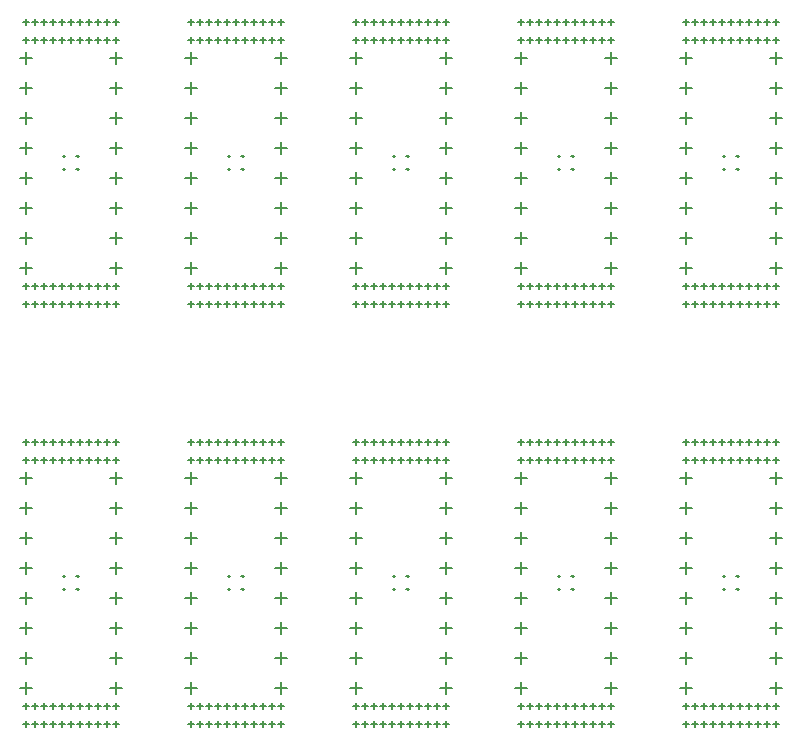
<source format=gbr>
%TF.GenerationSoftware,Altium Limited,Altium Designer,21.6.4 (81)*%
G04 Layer_Color=128*
%FSLAX26Y26*%
%MOIN*%
%TF.SameCoordinates,5FA90F47-3B47-4036-B415-51D33840892C*%
%TF.FilePolarity,Positive*%
%TF.FileFunction,Drillmap*%
%TF.Part,CustomerPanel*%
G01*
G75*
%TA.AperFunction,NonConductor*%
%ADD16C,0.005000*%
D16*
X1190158Y1055000D02*
X1209842D01*
X1220158D02*
X1239842D01*
X1250158D02*
X1269842D01*
X1280158D02*
X1299842D01*
X1290000Y1045158D02*
Y1064842D01*
X1260000D02*
Y1045158D01*
X1230000D02*
Y1064842D01*
X1200000D02*
Y1045158D01*
X1310158Y1055000D02*
X1329842D01*
X1340158D02*
X1359842D01*
X1370158D02*
X1389842D01*
X1380000Y1045158D02*
Y1064842D01*
X1350000D02*
Y1045158D01*
X1320000D02*
Y1064842D01*
X1400158Y1055000D02*
X1419842D01*
X1430158D02*
X1449842D01*
X1460158D02*
X1479842D01*
X1490158D02*
X1509842D01*
X1500000Y1045158D02*
Y1064842D01*
Y1105158D02*
Y1124842D01*
X1509842Y1115000D02*
X1490158D01*
X1479842D02*
X1460158D01*
X1449842D02*
X1430158D01*
X1419842D02*
X1400158D01*
X1410000Y1105158D02*
Y1124842D01*
X1440000D02*
Y1105158D01*
X1470000D02*
Y1124842D01*
X1480000Y1175000D02*
X1520000D01*
X1500000Y1155000D02*
Y1195000D01*
Y1255000D02*
Y1295000D01*
X1520000Y1275000D02*
X1480000D01*
X1500000Y1355000D02*
Y1395000D01*
X1520000Y1375000D02*
X1480000D01*
X1500000Y1455000D02*
Y1495000D01*
X1520000Y1475000D02*
X1480000D01*
X1500000Y1555000D02*
Y1595000D01*
X1520000Y1575000D02*
X1480000D01*
X1500000Y1655000D02*
Y1695000D01*
X1520000Y1675000D02*
X1480000D01*
X1500000Y1755000D02*
Y1795000D01*
X1520000Y1775000D02*
X1480000D01*
X1500000Y1855000D02*
Y1895000D01*
X1520000Y1875000D02*
X1480000D01*
X1500000Y1925158D02*
Y1944842D01*
X1509842Y1935000D02*
X1490158D01*
X1479842D02*
X1460158D01*
X1449842D02*
X1430158D01*
X1419842D02*
X1400158D01*
X1410000Y1925158D02*
Y1944842D01*
X1440000D02*
Y1925158D01*
X1470000D02*
Y1944842D01*
Y1985158D02*
Y2004842D01*
X1440000D02*
Y1985158D01*
X1430158Y1995000D02*
X1449842D01*
X1460158D02*
X1479842D01*
X1490158D02*
X1509842D01*
X1500000Y1985158D02*
Y2004842D01*
X1410000D02*
Y1985158D01*
X1400158Y1995000D02*
X1419842D01*
X1380000Y2004842D02*
Y1985158D01*
X1370158Y1995000D02*
X1389842D01*
X1359842D02*
X1340158D01*
X1329842D02*
X1310158D01*
X1320000Y1985158D02*
Y2004842D01*
X1350000D02*
Y1985158D01*
Y1944842D02*
Y1925158D01*
X1340158Y1935000D02*
X1359842D01*
X1370158D02*
X1389842D01*
X1380000Y1925158D02*
Y1944842D01*
X1329842Y1935000D02*
X1310158D01*
X1320000Y1925158D02*
Y1944842D01*
X1290000Y2004842D02*
Y1985158D01*
X1280158Y1995000D02*
X1299842D01*
X1269842D02*
X1250158D01*
X1239842D02*
X1220158D01*
X1209842D02*
X1190158D01*
Y1935000D02*
X1209842D01*
X1220158D02*
X1239842D01*
X1250158D02*
X1269842D01*
X1280158D02*
X1299842D01*
X1290000Y1925158D02*
Y1944842D01*
X1260000D02*
Y1925158D01*
X1230000D02*
Y1944842D01*
X1200000D02*
Y1925158D01*
Y1985158D02*
Y2004842D01*
X1230000D02*
Y1985158D01*
X1260000D02*
Y2004842D01*
X1180000Y1875000D02*
X1220000D01*
X1200000Y1855000D02*
Y1895000D01*
Y1795000D02*
Y1755000D01*
X1220000Y1775000D02*
X1180000D01*
Y1675000D02*
X1220000D01*
X1200000Y1655000D02*
Y1695000D01*
Y1595000D02*
Y1555000D01*
X1220000Y1575000D02*
X1180000D01*
Y1475000D02*
X1220000D01*
X1200000Y1455000D02*
Y1495000D01*
Y1395000D02*
Y1355000D01*
X1220000Y1375000D02*
X1180000D01*
Y1275000D02*
X1220000D01*
X1200000Y1255000D02*
Y1295000D01*
Y1195000D02*
Y1155000D01*
Y1124842D02*
Y1105158D01*
X1209842Y1115000D02*
X1190158D01*
X1180000Y1175000D02*
X1220000D01*
X1220158Y1115000D02*
X1239842D01*
X1250158D02*
X1269842D01*
X1280158D02*
X1299842D01*
X1290000Y1105158D02*
Y1124842D01*
X1260000D02*
Y1105158D01*
X1230000D02*
Y1124842D01*
X1310158Y1115000D02*
X1329842D01*
X1340158D02*
X1359842D01*
X1370158D02*
X1389842D01*
X1380000Y1105158D02*
Y1124842D01*
X1350000D02*
Y1105158D01*
X1320000D02*
Y1124842D01*
X1410000Y1064842D02*
Y1045158D01*
X1440000D02*
Y1064842D01*
X1470000D02*
Y1045158D01*
X1740158Y1055000D02*
X1759842D01*
X1770158D02*
X1789842D01*
X1780000Y1045158D02*
Y1064842D01*
X1750000D02*
Y1045158D01*
X1800158Y1055000D02*
X1819842D01*
X1830158D02*
X1849842D01*
X1860158D02*
X1879842D01*
X1890158D02*
X1909842D01*
X1920158D02*
X1939842D01*
X1950158D02*
X1969842D01*
X1980158D02*
X1999842D01*
X1990000Y1045158D02*
Y1064842D01*
X1960000D02*
Y1045158D01*
X1930000D02*
Y1064842D01*
X1900000D02*
Y1045158D01*
X2010158Y1055000D02*
X2029842D01*
X2040158D02*
X2059843D01*
X2050000Y1045158D02*
Y1064842D01*
X2020000D02*
Y1045158D01*
Y1105158D02*
Y1124842D01*
X2010158Y1115000D02*
X2029842D01*
X2040158D02*
X2059843D01*
X2050000Y1105158D02*
Y1124842D01*
Y1155000D02*
Y1195000D01*
X2030000Y1175000D02*
X2070000D01*
X2050000Y1255000D02*
Y1295000D01*
X2030000Y1275000D02*
X2070000D01*
X2050000Y1355000D02*
Y1395000D01*
X2030000Y1375000D02*
X2070000D01*
X2050000Y1455000D02*
Y1495000D01*
X2030000Y1475000D02*
X2070000D01*
X2050000Y1555000D02*
Y1595000D01*
X2030000Y1575000D02*
X2070000D01*
X2050000Y1655000D02*
Y1695000D01*
X2030000Y1675000D02*
X2070000D01*
X2050000Y1755000D02*
Y1795000D01*
X2030000Y1775000D02*
X2070000D01*
X2050000Y1855000D02*
Y1895000D01*
X2030000Y1875000D02*
X2070000D01*
X2050000Y1925158D02*
Y1944842D01*
X2040158Y1935000D02*
X2059843D01*
X2029842D02*
X2010158D01*
X2020000Y1925158D02*
Y1944842D01*
Y1985158D02*
Y2004842D01*
X2050000D02*
Y1985158D01*
X2040158Y1995000D02*
X2059843D01*
X2029842D02*
X2010158D01*
X1990000Y2004842D02*
Y1985158D01*
X1980158Y1995000D02*
X1999842D01*
X1969842D02*
X1950158D01*
X1939842D02*
X1920158D01*
X1909842D02*
X1890158D01*
X1879842D02*
X1860158D01*
X1849842D02*
X1830158D01*
X1819842D02*
X1800158D01*
X1810000Y1985158D02*
Y2004842D01*
X1840000D02*
Y1985158D01*
X1870000D02*
Y2004842D01*
Y1944842D02*
Y1925158D01*
X1860158Y1935000D02*
X1879842D01*
X1890158D02*
X1909842D01*
X1920158D02*
X1939842D01*
X1950158D02*
X1969842D01*
X1980158D02*
X1999842D01*
X1990000Y1925158D02*
Y1944842D01*
X1960000D02*
Y1925158D01*
X1930000D02*
Y1944842D01*
X1900000D02*
Y1925158D01*
Y1985158D02*
Y2004842D01*
X1930000D02*
Y1985158D01*
X1960000D02*
Y2004842D01*
X1849842Y1935000D02*
X1830158D01*
X1819842D02*
X1800158D01*
X1810000Y1925158D02*
Y1944842D01*
X1840000D02*
Y1925158D01*
X1780000Y2004842D02*
Y1985158D01*
X1770158Y1995000D02*
X1789842D01*
X1759842D02*
X1740158D01*
X1750000Y1985158D02*
Y2004842D01*
Y1944842D02*
Y1925158D01*
X1740158Y1935000D02*
X1759842D01*
X1770158D02*
X1789842D01*
X1780000Y1925158D02*
Y1944842D01*
X1770000Y1875000D02*
X1730000D01*
X1750000Y1855000D02*
Y1895000D01*
Y1795000D02*
Y1755000D01*
X1730000Y1775000D02*
X1770000D01*
Y1675000D02*
X1730000D01*
X1750000Y1655000D02*
Y1695000D01*
Y1595000D02*
Y1555000D01*
X1730000Y1575000D02*
X1770000D01*
Y1475000D02*
X1730000D01*
X1750000Y1455000D02*
Y1495000D01*
Y1395000D02*
Y1355000D01*
X1730000Y1375000D02*
X1770000D01*
Y1275000D02*
X1730000D01*
X1750000Y1255000D02*
Y1295000D01*
Y1195000D02*
Y1155000D01*
Y1124842D02*
Y1105158D01*
X1740158Y1115000D02*
X1759842D01*
X1770158D02*
X1789842D01*
X1780000Y1105158D02*
Y1124842D01*
X1770000Y1175000D02*
X1730000D01*
X1810000Y1064842D02*
Y1045158D01*
X1840000D02*
Y1064842D01*
X1870000D02*
Y1045158D01*
X1900000Y1105158D02*
Y1124842D01*
X1909842Y1115000D02*
X1890158D01*
X1879842D02*
X1860158D01*
X1849842D02*
X1830158D01*
X1819842D02*
X1800158D01*
X1810000Y1105158D02*
Y1124842D01*
X1840000D02*
Y1105158D01*
X1870000D02*
Y1124842D01*
X1920158Y1115000D02*
X1939842D01*
X1950158D02*
X1969842D01*
X1980158D02*
X1999842D01*
X1990000Y1105158D02*
Y1124842D01*
X1960000D02*
Y1105158D01*
X1930000D02*
Y1124842D01*
X2290157Y1055000D02*
X2309843D01*
X2320157D02*
X2339843D01*
X2350157D02*
X2369843D01*
X2380157D02*
X2399843D01*
X2390000Y1045158D02*
Y1064842D01*
X2360000D02*
Y1045158D01*
X2330000D02*
Y1064842D01*
X2300000D02*
Y1045158D01*
X2410157Y1055000D02*
X2429843D01*
X2440157D02*
X2459843D01*
X2470157D02*
X2489843D01*
X2480000Y1045158D02*
Y1064842D01*
X2450000D02*
Y1045158D01*
X2420000D02*
Y1064842D01*
X2500157Y1055000D02*
X2519843D01*
X2530157D02*
X2549843D01*
X2560157D02*
X2579843D01*
X2590157D02*
X2609843D01*
X2600000Y1045158D02*
Y1064842D01*
Y1105158D02*
Y1124842D01*
X2609843Y1115000D02*
X2590157D01*
X2579843D02*
X2560157D01*
X2549843D02*
X2530157D01*
X2519843D02*
X2500157D01*
X2510000Y1105158D02*
Y1124842D01*
X2540000D02*
Y1105158D01*
X2570000D02*
Y1124842D01*
X2580000Y1175000D02*
X2620000D01*
X2600000Y1155000D02*
Y1195000D01*
Y1255000D02*
Y1295000D01*
X2620000Y1275000D02*
X2580000D01*
X2600000Y1355000D02*
Y1395000D01*
X2620000Y1375000D02*
X2580000D01*
X2600000Y1455000D02*
Y1495000D01*
X2620000Y1475000D02*
X2580000D01*
X2600000Y1555000D02*
Y1595000D01*
X2620000Y1575000D02*
X2580000D01*
X2600000Y1655000D02*
Y1695000D01*
X2620000Y1675000D02*
X2580000D01*
X2600000Y1755000D02*
Y1795000D01*
X2620000Y1775000D02*
X2580000D01*
X2600000Y1855000D02*
Y1895000D01*
X2620000Y1875000D02*
X2580000D01*
X2600000Y1925158D02*
Y1944842D01*
X2609843Y1935000D02*
X2590157D01*
X2579843D02*
X2560157D01*
X2549843D02*
X2530157D01*
X2519843D02*
X2500157D01*
X2510000Y1925158D02*
Y1944842D01*
X2540000D02*
Y1925158D01*
X2570000D02*
Y1944842D01*
Y1985158D02*
Y2004842D01*
X2540000D02*
Y1985158D01*
X2530157Y1995000D02*
X2549843D01*
X2560157D02*
X2579843D01*
X2590157D02*
X2609843D01*
X2600000Y1985158D02*
Y2004842D01*
X2510000D02*
Y1985158D01*
X2500157Y1995000D02*
X2519843D01*
X2480000Y2004842D02*
Y1985158D01*
X2470157Y1995000D02*
X2489843D01*
X2459843D02*
X2440157D01*
X2429843D02*
X2410157D01*
X2420000Y1985158D02*
Y2004842D01*
X2450000D02*
Y1985158D01*
Y1944842D02*
Y1925158D01*
X2440157Y1935000D02*
X2459843D01*
X2470157D02*
X2489843D01*
X2480000Y1925158D02*
Y1944842D01*
X2429843Y1935000D02*
X2410157D01*
X2420000Y1925158D02*
Y1944842D01*
X2390000Y2004842D02*
Y1985158D01*
X2380157Y1995000D02*
X2399843D01*
X2369843D02*
X2350157D01*
X2339843D02*
X2320157D01*
X2309843D02*
X2290157D01*
Y1935000D02*
X2309843D01*
X2320157D02*
X2339843D01*
X2350157D02*
X2369843D01*
X2380157D02*
X2399843D01*
X2390000Y1925158D02*
Y1944842D01*
X2360000D02*
Y1925158D01*
X2330000D02*
Y1944842D01*
X2300000D02*
Y1925158D01*
Y1985158D02*
Y2004842D01*
X2330000D02*
Y1985158D01*
X2360000D02*
Y2004842D01*
X2280000Y1875000D02*
X2320000D01*
X2300000Y1855000D02*
Y1895000D01*
Y1795000D02*
Y1755000D01*
X2320000Y1775000D02*
X2280000D01*
Y1675000D02*
X2320000D01*
X2300000Y1655000D02*
Y1695000D01*
Y1595000D02*
Y1555000D01*
X2320000Y1575000D02*
X2280000D01*
Y1475000D02*
X2320000D01*
X2300000Y1455000D02*
Y1495000D01*
Y1395000D02*
Y1355000D01*
X2320000Y1375000D02*
X2280000D01*
Y1275000D02*
X2320000D01*
X2300000Y1255000D02*
Y1295000D01*
Y1195000D02*
Y1155000D01*
Y1124842D02*
Y1105158D01*
X2309843Y1115000D02*
X2290157D01*
X2280000Y1175000D02*
X2320000D01*
X2320157Y1115000D02*
X2339843D01*
X2350157D02*
X2369843D01*
X2380157D02*
X2399843D01*
X2390000Y1105158D02*
Y1124842D01*
X2360000D02*
Y1105158D01*
X2330000D02*
Y1124842D01*
X2410157Y1115000D02*
X2429843D01*
X2440157D02*
X2459843D01*
X2470157D02*
X2489843D01*
X2480000Y1105158D02*
Y1124842D01*
X2450000D02*
Y1105158D01*
X2420000D02*
Y1124842D01*
X2510000Y1064842D02*
Y1045158D01*
X2540000D02*
Y1064842D01*
X2570000D02*
Y1045158D01*
X2840157Y1055000D02*
X2859843D01*
X2870157D02*
X2889843D01*
X2880000Y1045158D02*
Y1064842D01*
X2850000D02*
Y1045158D01*
X2900157Y1055000D02*
X2919843D01*
X2930157D02*
X2949843D01*
X2960157D02*
X2979843D01*
X2990157D02*
X3009843D01*
X3020157D02*
X3039843D01*
X3050157D02*
X3069843D01*
X3080157D02*
X3099843D01*
X3090000Y1045158D02*
Y1064842D01*
X3060000D02*
Y1045158D01*
X3030000D02*
Y1064842D01*
X3000000D02*
Y1045158D01*
X3110157Y1055000D02*
X3129843D01*
X3140157D02*
X3159843D01*
X3150000Y1045158D02*
Y1064842D01*
X3120000D02*
Y1045158D01*
Y1105158D02*
Y1124842D01*
X3110157Y1115000D02*
X3129843D01*
X3140157D02*
X3159843D01*
X3150000Y1105158D02*
Y1124842D01*
Y1155000D02*
Y1195000D01*
X3130000Y1175000D02*
X3170000D01*
X3150000Y1255000D02*
Y1295000D01*
X3130000Y1275000D02*
X3170000D01*
X3150000Y1355000D02*
Y1395000D01*
X3130000Y1375000D02*
X3170000D01*
X3150000Y1455000D02*
Y1495000D01*
X3130000Y1475000D02*
X3170000D01*
X3150000Y1555000D02*
Y1595000D01*
X3130000Y1575000D02*
X3170000D01*
X3150000Y1655000D02*
Y1695000D01*
X3130000Y1675000D02*
X3170000D01*
X3150000Y1755000D02*
Y1795000D01*
X3130000Y1775000D02*
X3170000D01*
X3150000Y1855000D02*
Y1895000D01*
X3130000Y1875000D02*
X3170000D01*
X3150000Y1925158D02*
Y1944842D01*
X3140157Y1935000D02*
X3159843D01*
X3129843D02*
X3110157D01*
X3120000Y1925158D02*
Y1944842D01*
Y1985158D02*
Y2004842D01*
X3150000D02*
Y1985158D01*
X3140157Y1995000D02*
X3159843D01*
X3129843D02*
X3110157D01*
X3090000Y2004842D02*
Y1985158D01*
X3080157Y1995000D02*
X3099843D01*
X3069843D02*
X3050157D01*
X3039843D02*
X3020157D01*
X3009843D02*
X2990157D01*
X2979843D02*
X2960157D01*
X2949843D02*
X2930157D01*
X2919843D02*
X2900157D01*
X2910000Y1985158D02*
Y2004842D01*
X2940000D02*
Y1985158D01*
X2970000D02*
Y2004842D01*
Y1944842D02*
Y1925158D01*
X2960157Y1935000D02*
X2979843D01*
X2990157D02*
X3009843D01*
X3020157D02*
X3039843D01*
X3050157D02*
X3069843D01*
X3080157D02*
X3099843D01*
X3090000Y1925158D02*
Y1944842D01*
X3060000D02*
Y1925158D01*
X3030000D02*
Y1944842D01*
X3000000D02*
Y1925158D01*
Y1985158D02*
Y2004842D01*
X3030000D02*
Y1985158D01*
X3060000D02*
Y2004842D01*
X2949843Y1935000D02*
X2930157D01*
X2919843D02*
X2900157D01*
X2910000Y1925158D02*
Y1944842D01*
X2940000D02*
Y1925158D01*
X2880000Y2004842D02*
Y1985158D01*
X2870157Y1995000D02*
X2889843D01*
X2859843D02*
X2840157D01*
X2850000Y1985158D02*
Y2004842D01*
Y1944842D02*
Y1925158D01*
X2840157Y1935000D02*
X2859843D01*
X2870157D02*
X2889843D01*
X2880000Y1925158D02*
Y1944842D01*
X2870000Y1875000D02*
X2830000D01*
X2850000Y1855000D02*
Y1895000D01*
Y1795000D02*
Y1755000D01*
X2830000Y1775000D02*
X2870000D01*
Y1675000D02*
X2830000D01*
X2850000Y1655000D02*
Y1695000D01*
Y1595000D02*
Y1555000D01*
X2830000Y1575000D02*
X2870000D01*
Y1475000D02*
X2830000D01*
X2850000Y1455000D02*
Y1495000D01*
Y1395000D02*
Y1355000D01*
X2830000Y1375000D02*
X2870000D01*
Y1275000D02*
X2830000D01*
X2850000Y1255000D02*
Y1295000D01*
Y1195000D02*
Y1155000D01*
Y1124842D02*
Y1105158D01*
X2840157Y1115000D02*
X2859843D01*
X2870157D02*
X2889843D01*
X2880000Y1105158D02*
Y1124842D01*
X2870000Y1175000D02*
X2830000D01*
X2910000Y1064842D02*
Y1045158D01*
X2940000D02*
Y1064842D01*
X2970000D02*
Y1045158D01*
X3000000Y1105158D02*
Y1124842D01*
X3009843Y1115000D02*
X2990157D01*
X2979843D02*
X2960157D01*
X2949843D02*
X2930157D01*
X2919843D02*
X2900157D01*
X2910000Y1105158D02*
Y1124842D01*
X2940000D02*
Y1105158D01*
X2970000D02*
Y1124842D01*
X3020157Y1115000D02*
X3039843D01*
X3050157D02*
X3069843D01*
X3080157D02*
X3099843D01*
X3090000Y1105158D02*
Y1124842D01*
X3060000D02*
Y1105158D01*
X3030000D02*
Y1124842D01*
X3390157Y1055000D02*
X3409843D01*
X3420157D02*
X3439843D01*
X3450157D02*
X3469843D01*
X3480157D02*
X3499843D01*
X3490000Y1045158D02*
Y1064842D01*
X3460000D02*
Y1045158D01*
X3430000D02*
Y1064842D01*
X3400000D02*
Y1045158D01*
X3510157Y1055000D02*
X3529843D01*
X3540157D02*
X3559843D01*
X3570157D02*
X3589843D01*
X3580000Y1045158D02*
Y1064842D01*
X3550000D02*
Y1045158D01*
X3520000D02*
Y1064842D01*
X3600157Y1055000D02*
X3619843D01*
X3630157D02*
X3649843D01*
X3660157D02*
X3679843D01*
X3690157D02*
X3709843D01*
X3700000Y1045158D02*
Y1064842D01*
Y1105158D02*
Y1124842D01*
X3709843Y1115000D02*
X3690157D01*
X3679843D02*
X3660157D01*
X3649843D02*
X3630157D01*
X3619843D02*
X3600157D01*
X3610000Y1105158D02*
Y1124842D01*
X3640000D02*
Y1105158D01*
X3670000D02*
Y1124842D01*
X3680000Y1175000D02*
X3720000D01*
X3700000Y1155000D02*
Y1195000D01*
Y1255000D02*
Y1295000D01*
X3720000Y1275000D02*
X3680000D01*
X3700000Y1355000D02*
Y1395000D01*
X3720000Y1375000D02*
X3680000D01*
X3700000Y1455000D02*
Y1495000D01*
X3720000Y1475000D02*
X3680000D01*
X3700000Y1555000D02*
Y1595000D01*
X3720000Y1575000D02*
X3680000D01*
X3700000Y1655000D02*
Y1695000D01*
X3720000Y1675000D02*
X3680000D01*
X3700000Y1755000D02*
Y1795000D01*
X3720000Y1775000D02*
X3680000D01*
X3700000Y1855000D02*
Y1895000D01*
X3720000Y1875000D02*
X3680000D01*
X3700000Y1925158D02*
Y1944842D01*
X3709843Y1935000D02*
X3690157D01*
X3679843D02*
X3660157D01*
X3649843D02*
X3630157D01*
X3619843D02*
X3600157D01*
X3610000Y1925158D02*
Y1944842D01*
X3640000D02*
Y1925158D01*
X3670000D02*
Y1944842D01*
Y1985158D02*
Y2004842D01*
X3640000D02*
Y1985158D01*
X3630157Y1995000D02*
X3649843D01*
X3660157D02*
X3679843D01*
X3690157D02*
X3709843D01*
X3700000Y1985158D02*
Y2004842D01*
X3610000D02*
Y1985158D01*
X3600157Y1995000D02*
X3619843D01*
X3580000Y2004842D02*
Y1985158D01*
X3570157Y1995000D02*
X3589843D01*
X3559843D02*
X3540157D01*
X3529843D02*
X3510157D01*
X3520000Y1985158D02*
Y2004842D01*
X3550000D02*
Y1985158D01*
Y1944842D02*
Y1925158D01*
X3540157Y1935000D02*
X3559843D01*
X3570157D02*
X3589843D01*
X3580000Y1925158D02*
Y1944842D01*
X3529843Y1935000D02*
X3510157D01*
X3520000Y1925158D02*
Y1944842D01*
X3490000Y2004842D02*
Y1985158D01*
X3480157Y1995000D02*
X3499843D01*
X3469843D02*
X3450157D01*
X3439843D02*
X3420157D01*
X3409843D02*
X3390157D01*
Y1935000D02*
X3409843D01*
X3420157D02*
X3439843D01*
X3450157D02*
X3469843D01*
X3480157D02*
X3499843D01*
X3490000Y1925158D02*
Y1944842D01*
X3460000D02*
Y1925158D01*
X3430000D02*
Y1944842D01*
X3400000D02*
Y1925158D01*
Y1985158D02*
Y2004842D01*
X3430000D02*
Y1985158D01*
X3460000D02*
Y2004842D01*
X3380000Y1875000D02*
X3420000D01*
X3400000Y1855000D02*
Y1895000D01*
Y1795000D02*
Y1755000D01*
X3420000Y1775000D02*
X3380000D01*
Y1675000D02*
X3420000D01*
X3400000Y1655000D02*
Y1695000D01*
Y1595000D02*
Y1555000D01*
X3420000Y1575000D02*
X3380000D01*
Y1475000D02*
X3420000D01*
X3400000Y1455000D02*
Y1495000D01*
Y1395000D02*
Y1355000D01*
X3420000Y1375000D02*
X3380000D01*
Y1275000D02*
X3420000D01*
X3400000Y1255000D02*
Y1295000D01*
Y1195000D02*
Y1155000D01*
Y1124842D02*
Y1105158D01*
X3409843Y1115000D02*
X3390157D01*
X3380000Y1175000D02*
X3420000D01*
X3420157Y1115000D02*
X3439843D01*
X3450157D02*
X3469843D01*
X3480157D02*
X3499843D01*
X3490000Y1105158D02*
Y1124842D01*
X3460000D02*
Y1105158D01*
X3430000D02*
Y1124842D01*
X3510157Y1115000D02*
X3529843D01*
X3540157D02*
X3559843D01*
X3570157D02*
X3589843D01*
X3580000Y1105158D02*
Y1124842D01*
X3550000D02*
Y1105158D01*
X3520000D02*
Y1124842D01*
X3610000Y1064842D02*
Y1045158D01*
X3640000D02*
Y1064842D01*
X3670000D02*
Y1045158D01*
X3572272Y1498793D02*
Y1506667D01*
X3568335Y1502730D02*
X3576209D01*
X3572272Y1543335D02*
Y1551209D01*
X3568335Y1547272D02*
X3576209D01*
X3531667D02*
X3523793D01*
X3527730Y1543335D02*
Y1551209D01*
Y1506667D02*
Y1498793D01*
X3523793Y1502730D02*
X3531667D01*
X3026209D02*
X3018335D01*
X3022272Y1506667D02*
Y1498793D01*
Y1543335D02*
Y1551209D01*
X3018335Y1547272D02*
X3026209D01*
X2981667D02*
X2973793D01*
X2977730Y1543335D02*
Y1551209D01*
Y1506667D02*
Y1498793D01*
X2973793Y1502730D02*
X2981667D01*
X2476209D02*
X2468335D01*
X2472272Y1506667D02*
Y1498793D01*
X2427730D02*
Y1506667D01*
X2423793Y1502730D02*
X2431667D01*
X2427730Y1543335D02*
Y1551209D01*
X2423793Y1547272D02*
X2431667D01*
X2468335D02*
X2476209D01*
X2472272Y1543335D02*
Y1551209D01*
X1926209Y1547272D02*
X1918335D01*
X1922272Y1543335D02*
Y1551209D01*
Y1506667D02*
Y1498793D01*
X1918335Y1502730D02*
X1926209D01*
X1881667D02*
X1873793D01*
X1877730Y1506667D02*
Y1498793D01*
Y1543335D02*
Y1551209D01*
X1873793Y1547272D02*
X1881667D01*
X1376209D02*
X1368335D01*
X1372272Y1543335D02*
Y1551209D01*
Y1506667D02*
Y1498793D01*
X1327730D02*
Y1506667D01*
X1323793Y1502730D02*
X1331667D01*
X1368335D02*
X1376209D01*
X1327730Y1543335D02*
Y1551209D01*
X1323793Y1547272D02*
X1331667D01*
X2290157Y2455000D02*
X2309843D01*
X2320157D02*
X2339843D01*
X2350157D02*
X2369843D01*
X2380157D02*
X2399843D01*
X2390000Y2445157D02*
Y2464843D01*
X2360000D02*
Y2445157D01*
X2330000D02*
Y2464843D01*
X2300000D02*
Y2445157D01*
X2410157Y2455000D02*
X2429843D01*
X2440157D02*
X2459843D01*
X2470157D02*
X2489843D01*
X2480000Y2445157D02*
Y2464843D01*
X2450000D02*
Y2445157D01*
X2420000D02*
Y2464843D01*
X2500157Y2455000D02*
X2519843D01*
X2530157D02*
X2549843D01*
X2560157D02*
X2579843D01*
X2590157D02*
X2609843D01*
X2600000Y2445157D02*
Y2464843D01*
Y2505157D02*
Y2524843D01*
X2609843Y2515000D02*
X2590157D01*
X2579843D02*
X2560157D01*
X2549843D02*
X2530157D01*
X2519843D02*
X2500157D01*
X2510000Y2505157D02*
Y2524843D01*
X2540000D02*
Y2505157D01*
X2570000D02*
Y2524843D01*
X2580000Y2575000D02*
X2620000D01*
X2600000Y2555000D02*
Y2595000D01*
Y2655000D02*
Y2695000D01*
X2620000Y2675000D02*
X2580000D01*
X2600000Y2755000D02*
Y2795000D01*
X2620000Y2775000D02*
X2580000D01*
X2600000Y2855000D02*
Y2895000D01*
X2620000Y2875000D02*
X2580000D01*
X2600000Y2955000D02*
Y2995000D01*
X2620000Y2975000D02*
X2580000D01*
X2600000Y3055000D02*
Y3095000D01*
X2620000Y3075000D02*
X2580000D01*
X2600000Y3155000D02*
Y3195000D01*
X2620000Y3175000D02*
X2580000D01*
X2600000Y3255000D02*
Y3295000D01*
X2620000Y3275000D02*
X2580000D01*
X2600000Y3325157D02*
Y3344843D01*
X2609843Y3335000D02*
X2590157D01*
X2579843D02*
X2560157D01*
X2549843D02*
X2530157D01*
X2519843D02*
X2500157D01*
X2510000Y3325157D02*
Y3344843D01*
X2540000D02*
Y3325157D01*
X2570000D02*
Y3344843D01*
Y3385157D02*
Y3404843D01*
X2540000D02*
Y3385157D01*
X2530157Y3395000D02*
X2549843D01*
X2560157D02*
X2579843D01*
X2590157D02*
X2609843D01*
X2600000Y3385157D02*
Y3404843D01*
X2510000D02*
Y3385157D01*
X2500157Y3395000D02*
X2519843D01*
X2480000Y3404843D02*
Y3385157D01*
X2470157Y3395000D02*
X2489843D01*
X2459843D02*
X2440157D01*
X2429843D02*
X2410157D01*
X2420000Y3385157D02*
Y3404843D01*
X2450000D02*
Y3385157D01*
Y3344843D02*
Y3325157D01*
X2440157Y3335000D02*
X2459843D01*
X2470157D02*
X2489843D01*
X2480000Y3325157D02*
Y3344843D01*
X2429843Y3335000D02*
X2410157D01*
X2420000Y3325157D02*
Y3344843D01*
X2390000Y3404843D02*
Y3385157D01*
X2380157Y3395000D02*
X2399843D01*
X2369843D02*
X2350157D01*
X2339843D02*
X2320157D01*
X2309843D02*
X2290157D01*
Y3335000D02*
X2309843D01*
X2320157D02*
X2339843D01*
X2350157D02*
X2369843D01*
X2380157D02*
X2399843D01*
X2390000Y3325157D02*
Y3344843D01*
X2360000D02*
Y3325157D01*
X2330000D02*
Y3344843D01*
X2300000D02*
Y3325157D01*
Y3385157D02*
Y3404843D01*
X2330000D02*
Y3385157D01*
X2360000D02*
Y3404843D01*
X2280000Y3275000D02*
X2320000D01*
X2300000Y3255000D02*
Y3295000D01*
Y3195000D02*
Y3155000D01*
X2320000Y3175000D02*
X2280000D01*
Y3075000D02*
X2320000D01*
X2300000Y3055000D02*
Y3095000D01*
Y2995000D02*
Y2955000D01*
X2320000Y2975000D02*
X2280000D01*
Y2875000D02*
X2320000D01*
X2300000Y2855000D02*
Y2895000D01*
Y2795000D02*
Y2755000D01*
X2320000Y2775000D02*
X2280000D01*
Y2675000D02*
X2320000D01*
X2300000Y2655000D02*
Y2695000D01*
Y2595000D02*
Y2555000D01*
Y2524843D02*
Y2505157D01*
X2309843Y2515000D02*
X2290157D01*
X2280000Y2575000D02*
X2320000D01*
X2320157Y2515000D02*
X2339843D01*
X2350157D02*
X2369843D01*
X2380157D02*
X2399843D01*
X2390000Y2505157D02*
Y2524843D01*
X2360000D02*
Y2505157D01*
X2330000D02*
Y2524843D01*
X2410157Y2515000D02*
X2429843D01*
X2440157D02*
X2459843D01*
X2470157D02*
X2489843D01*
X2480000Y2505157D02*
Y2524843D01*
X2450000D02*
Y2505157D01*
X2420000D02*
Y2524843D01*
X2510000Y2464843D02*
Y2445157D01*
X2540000D02*
Y2464843D01*
X2570000D02*
Y2445157D01*
X2840157Y2455000D02*
X2859843D01*
X2870157D02*
X2889843D01*
X2880000Y2445157D02*
Y2464843D01*
X2850000D02*
Y2445157D01*
X2900157Y2455000D02*
X2919843D01*
X2930157D02*
X2949843D01*
X2960157D02*
X2979843D01*
X2990157D02*
X3009843D01*
X3020157D02*
X3039843D01*
X3050157D02*
X3069843D01*
X3080157D02*
X3099843D01*
X3090000Y2445157D02*
Y2464843D01*
X3060000D02*
Y2445157D01*
X3030000D02*
Y2464843D01*
X3000000D02*
Y2445157D01*
X3110157Y2455000D02*
X3129843D01*
X3140157D02*
X3159843D01*
X3150000Y2445157D02*
Y2464843D01*
X3120000D02*
Y2445157D01*
Y2505157D02*
Y2524843D01*
X3110157Y2515000D02*
X3129843D01*
X3140157D02*
X3159843D01*
X3150000Y2505157D02*
Y2524843D01*
Y2555000D02*
Y2595000D01*
X3130000Y2575000D02*
X3170000D01*
X3150000Y2655000D02*
Y2695000D01*
X3130000Y2675000D02*
X3170000D01*
X3150000Y2755000D02*
Y2795000D01*
X3130000Y2775000D02*
X3170000D01*
X3150000Y2855000D02*
Y2895000D01*
X3130000Y2875000D02*
X3170000D01*
X3150000Y2955000D02*
Y2995000D01*
X3130000Y2975000D02*
X3170000D01*
X3150000Y3055000D02*
Y3095000D01*
X3130000Y3075000D02*
X3170000D01*
X3150000Y3155000D02*
Y3195000D01*
X3130000Y3175000D02*
X3170000D01*
X3150000Y3255000D02*
Y3295000D01*
X3130000Y3275000D02*
X3170000D01*
X3150000Y3325157D02*
Y3344843D01*
X3140157Y3335000D02*
X3159843D01*
X3129843D02*
X3110157D01*
X3120000Y3325157D02*
Y3344843D01*
Y3385157D02*
Y3404843D01*
X3150000D02*
Y3385157D01*
X3140157Y3395000D02*
X3159843D01*
X3129843D02*
X3110157D01*
X3090000Y3404843D02*
Y3385157D01*
X3080157Y3395000D02*
X3099843D01*
X3069843D02*
X3050157D01*
X3039843D02*
X3020157D01*
X3009843D02*
X2990157D01*
X2979843D02*
X2960157D01*
X2949843D02*
X2930157D01*
X2919843D02*
X2900157D01*
X2910000Y3385157D02*
Y3404843D01*
X2940000D02*
Y3385157D01*
X2970000D02*
Y3404843D01*
Y3344843D02*
Y3325157D01*
X2960157Y3335000D02*
X2979843D01*
X2990157D02*
X3009843D01*
X3020157D02*
X3039843D01*
X3050157D02*
X3069843D01*
X3080157D02*
X3099843D01*
X3090000Y3325157D02*
Y3344843D01*
X3060000D02*
Y3325157D01*
X3030000D02*
Y3344843D01*
X3000000D02*
Y3325157D01*
Y3385157D02*
Y3404843D01*
X3030000D02*
Y3385157D01*
X3060000D02*
Y3404843D01*
X2949843Y3335000D02*
X2930157D01*
X2919843D02*
X2900157D01*
X2910000Y3325157D02*
Y3344843D01*
X2940000D02*
Y3325157D01*
X2880000Y3404843D02*
Y3385157D01*
X2870157Y3395000D02*
X2889843D01*
X2859843D02*
X2840157D01*
X2850000Y3385157D02*
Y3404843D01*
Y3344843D02*
Y3325157D01*
X2840157Y3335000D02*
X2859843D01*
X2870157D02*
X2889843D01*
X2880000Y3325157D02*
Y3344843D01*
X2870000Y3275000D02*
X2830000D01*
X2850000Y3255000D02*
Y3295000D01*
Y3195000D02*
Y3155000D01*
X2830000Y3175000D02*
X2870000D01*
Y3075000D02*
X2830000D01*
X2850000Y3055000D02*
Y3095000D01*
Y2995000D02*
Y2955000D01*
X2830000Y2975000D02*
X2870000D01*
Y2875000D02*
X2830000D01*
X2850000Y2855000D02*
Y2895000D01*
Y2795000D02*
Y2755000D01*
X2830000Y2775000D02*
X2870000D01*
Y2675000D02*
X2830000D01*
X2850000Y2655000D02*
Y2695000D01*
Y2595000D02*
Y2555000D01*
Y2524843D02*
Y2505157D01*
X2840157Y2515000D02*
X2859843D01*
X2870157D02*
X2889843D01*
X2880000Y2505157D02*
Y2524843D01*
X2870000Y2575000D02*
X2830000D01*
X2910000Y2464843D02*
Y2445157D01*
X2940000D02*
Y2464843D01*
X2970000D02*
Y2445157D01*
X3000000Y2505157D02*
Y2524843D01*
X3009843Y2515000D02*
X2990157D01*
X2979843D02*
X2960157D01*
X2949843D02*
X2930157D01*
X2919843D02*
X2900157D01*
X2910000Y2505157D02*
Y2524843D01*
X2940000D02*
Y2505157D01*
X2970000D02*
Y2524843D01*
X3020157Y2515000D02*
X3039843D01*
X3050157D02*
X3069843D01*
X3080157D02*
X3099843D01*
X3090000Y2505157D02*
Y2524843D01*
X3060000D02*
Y2505157D01*
X3030000D02*
Y2524843D01*
X3390157Y2455000D02*
X3409843D01*
X3420157D02*
X3439843D01*
X3450157D02*
X3469843D01*
X3480157D02*
X3499843D01*
X3490000Y2445157D02*
Y2464843D01*
X3460000D02*
Y2445157D01*
X3430000D02*
Y2464843D01*
X3400000D02*
Y2445157D01*
X3510157Y2455000D02*
X3529843D01*
X3540157D02*
X3559843D01*
X3570157D02*
X3589843D01*
X3580000Y2445157D02*
Y2464843D01*
X3550000D02*
Y2445157D01*
X3520000D02*
Y2464843D01*
X3600157Y2455000D02*
X3619843D01*
X3630157D02*
X3649843D01*
X3660157D02*
X3679843D01*
X3690157D02*
X3709843D01*
X3700000Y2445157D02*
Y2464843D01*
Y2505157D02*
Y2524843D01*
X3709843Y2515000D02*
X3690157D01*
X3679843D02*
X3660157D01*
X3649843D02*
X3630157D01*
X3619843D02*
X3600157D01*
X3610000Y2505157D02*
Y2524843D01*
X3640000D02*
Y2505157D01*
X3670000D02*
Y2524843D01*
X3680000Y2575000D02*
X3720000D01*
X3700000Y2555000D02*
Y2595000D01*
Y2655000D02*
Y2695000D01*
X3720000Y2675000D02*
X3680000D01*
X3700000Y2755000D02*
Y2795000D01*
X3720000Y2775000D02*
X3680000D01*
X3700000Y2855000D02*
Y2895000D01*
X3720000Y2875000D02*
X3680000D01*
X3700000Y2955000D02*
Y2995000D01*
X3720000Y2975000D02*
X3680000D01*
X3700000Y3055000D02*
Y3095000D01*
X3720000Y3075000D02*
X3680000D01*
X3700000Y3155000D02*
Y3195000D01*
X3720000Y3175000D02*
X3680000D01*
X3700000Y3255000D02*
Y3295000D01*
X3720000Y3275000D02*
X3680000D01*
X3700000Y3325157D02*
Y3344843D01*
X3709843Y3335000D02*
X3690157D01*
X3679843D02*
X3660157D01*
X3649843D02*
X3630157D01*
X3619843D02*
X3600157D01*
X3610000Y3325157D02*
Y3344843D01*
X3640000D02*
Y3325157D01*
X3670000D02*
Y3344843D01*
Y3385157D02*
Y3404843D01*
X3640000D02*
Y3385157D01*
X3630157Y3395000D02*
X3649843D01*
X3660157D02*
X3679843D01*
X3690157D02*
X3709843D01*
X3700000Y3385157D02*
Y3404843D01*
X3610000D02*
Y3385157D01*
X3600157Y3395000D02*
X3619843D01*
X3580000Y3404843D02*
Y3385157D01*
X3570157Y3395000D02*
X3589843D01*
X3559843D02*
X3540157D01*
X3529843D02*
X3510157D01*
X3520000Y3385157D02*
Y3404843D01*
X3550000D02*
Y3385157D01*
Y3344843D02*
Y3325157D01*
X3540157Y3335000D02*
X3559843D01*
X3570157D02*
X3589843D01*
X3580000Y3325157D02*
Y3344843D01*
X3529843Y3335000D02*
X3510157D01*
X3520000Y3325157D02*
Y3344843D01*
X3490000Y3404843D02*
Y3385157D01*
X3480157Y3395000D02*
X3499843D01*
X3469843D02*
X3450157D01*
X3439843D02*
X3420157D01*
X3409843D02*
X3390157D01*
Y3335000D02*
X3409843D01*
X3420157D02*
X3439843D01*
X3450157D02*
X3469843D01*
X3480157D02*
X3499843D01*
X3490000Y3325157D02*
Y3344843D01*
X3460000D02*
Y3325157D01*
X3430000D02*
Y3344843D01*
X3400000D02*
Y3325157D01*
Y3385157D02*
Y3404843D01*
X3430000D02*
Y3385157D01*
X3460000D02*
Y3404843D01*
X3380000Y3275000D02*
X3420000D01*
X3400000Y3255000D02*
Y3295000D01*
Y3195000D02*
Y3155000D01*
X3420000Y3175000D02*
X3380000D01*
Y3075000D02*
X3420000D01*
X3400000Y3055000D02*
Y3095000D01*
Y2995000D02*
Y2955000D01*
X3420000Y2975000D02*
X3380000D01*
Y2875000D02*
X3420000D01*
X3400000Y2855000D02*
Y2895000D01*
Y2795000D02*
Y2755000D01*
X3420000Y2775000D02*
X3380000D01*
Y2675000D02*
X3420000D01*
X3400000Y2655000D02*
Y2695000D01*
Y2595000D02*
Y2555000D01*
Y2524843D02*
Y2505157D01*
X3409843Y2515000D02*
X3390157D01*
X3380000Y2575000D02*
X3420000D01*
X3420157Y2515000D02*
X3439843D01*
X3450157D02*
X3469843D01*
X3480157D02*
X3499843D01*
X3490000Y2505157D02*
Y2524843D01*
X3460000D02*
Y2505157D01*
X3430000D02*
Y2524843D01*
X3510157Y2515000D02*
X3529843D01*
X3540157D02*
X3559843D01*
X3570157D02*
X3589843D01*
X3580000Y2505157D02*
Y2524843D01*
X3550000D02*
Y2505157D01*
X3520000D02*
Y2524843D01*
X3610000Y2464843D02*
Y2445157D01*
X3640000D02*
Y2464843D01*
X3670000D02*
Y2445157D01*
X3572272Y2898793D02*
Y2906667D01*
X3568335Y2902730D02*
X3576209D01*
X3572272Y2943335D02*
Y2951209D01*
X3568335Y2947272D02*
X3576209D01*
X3531667D02*
X3523793D01*
X3527730Y2943335D02*
Y2951209D01*
Y2906667D02*
Y2898793D01*
X3523793Y2902730D02*
X3531667D01*
X3026209D02*
X3018335D01*
X3022272Y2906667D02*
Y2898793D01*
Y2943335D02*
Y2951209D01*
X3018335Y2947272D02*
X3026209D01*
X2981667D02*
X2973793D01*
X2977730Y2943335D02*
Y2951209D01*
Y2906667D02*
Y2898793D01*
X2973793Y2902730D02*
X2981667D01*
X2476209D02*
X2468335D01*
X2472272Y2906667D02*
Y2898793D01*
X2427730D02*
Y2906667D01*
X2423793Y2902730D02*
X2431667D01*
X2427730Y2943335D02*
Y2951209D01*
X2423793Y2947272D02*
X2431667D01*
X2468335D02*
X2476209D01*
X2472272Y2943335D02*
Y2951209D01*
X2050000Y3325157D02*
Y3344843D01*
X2040158Y3335000D02*
X2059843D01*
X2029842D02*
X2010158D01*
X2020000Y3325157D02*
Y3344843D01*
Y3385157D02*
Y3404843D01*
X2050000D02*
Y3385157D01*
X2040158Y3395000D02*
X2059843D01*
X2029842D02*
X2010158D01*
X2030000Y3275000D02*
X2070000D01*
X2050000Y3255000D02*
Y3295000D01*
Y3195000D02*
Y3155000D01*
X2030000Y3175000D02*
X2070000D01*
Y3075000D02*
X2030000D01*
X2050000Y3055000D02*
Y3095000D01*
Y2995000D02*
Y2955000D01*
X2030000Y2975000D02*
X2070000D01*
Y2875000D02*
X2030000D01*
X2050000Y2855000D02*
Y2895000D01*
Y2795000D02*
Y2755000D01*
X2030000Y2775000D02*
X2070000D01*
Y2675000D02*
X2030000D01*
X2050000Y2655000D02*
Y2695000D01*
Y2595000D02*
Y2555000D01*
Y2524843D02*
Y2505157D01*
X2040158Y2515000D02*
X2059843D01*
X2029842D02*
X2010158D01*
X2020000Y2505157D02*
Y2524843D01*
X2030000Y2575000D02*
X2070000D01*
X2059843Y2455000D02*
X2040158D01*
X2029842D02*
X2010158D01*
X2020000Y2445157D02*
Y2464843D01*
X2050000D02*
Y2445157D01*
X1990000Y2505157D02*
Y2524843D01*
X1980158Y2515000D02*
X1999842D01*
X1969842D02*
X1950158D01*
X1939842D02*
X1920158D01*
X1909842D02*
X1890158D01*
X1879842D02*
X1860158D01*
X1849842D02*
X1830158D01*
X1819842D02*
X1800158D01*
X1810000Y2505157D02*
Y2524843D01*
X1840000D02*
Y2505157D01*
X1870000D02*
Y2524843D01*
Y2464843D02*
Y2445157D01*
X1860158Y2455000D02*
X1879842D01*
X1890158D02*
X1909842D01*
X1920158D02*
X1939842D01*
X1950158D02*
X1969842D01*
X1980158D02*
X1999842D01*
X1990000Y2445157D02*
Y2464843D01*
X1960000D02*
Y2445157D01*
X1930000D02*
Y2464843D01*
X1900000D02*
Y2445157D01*
Y2505157D02*
Y2524843D01*
X1930000D02*
Y2505157D01*
X1960000D02*
Y2524843D01*
X1849842Y2455000D02*
X1830158D01*
X1819842D02*
X1800158D01*
X1810000Y2445157D02*
Y2464843D01*
X1840000D02*
Y2445157D01*
X1780000Y2505157D02*
Y2524843D01*
X1770158Y2515000D02*
X1789842D01*
X1759842D02*
X1740158D01*
X1750000Y2505157D02*
Y2524843D01*
Y2555000D02*
Y2595000D01*
X1730000Y2575000D02*
X1770000D01*
X1770158Y2455000D02*
X1789842D01*
X1780000Y2445157D02*
Y2464843D01*
X1759842Y2455000D02*
X1740158D01*
X1750000Y2445157D02*
Y2464843D01*
Y2655000D02*
Y2695000D01*
X1730000Y2675000D02*
X1770000D01*
X1750000Y2755000D02*
Y2795000D01*
X1730000Y2775000D02*
X1770000D01*
X1877730Y2898793D02*
Y2906667D01*
X1873793Y2902730D02*
X1881667D01*
X1877730Y2943335D02*
Y2951209D01*
X1873793Y2947272D02*
X1881667D01*
X1922272Y2898793D02*
Y2906667D01*
X1918335Y2902730D02*
X1926209D01*
X1922272Y2943335D02*
Y2951209D01*
X1918335Y2947272D02*
X1926209D01*
X1750000Y3155000D02*
Y3195000D01*
X1730000Y3175000D02*
X1770000D01*
Y3075000D02*
X1730000D01*
X1750000Y3055000D02*
Y3095000D01*
Y2995000D02*
Y2955000D01*
X1730000Y2975000D02*
X1770000D01*
Y2875000D02*
X1730000D01*
X1750000Y2855000D02*
Y2895000D01*
X1500000Y3055000D02*
Y3095000D01*
X1520000Y3075000D02*
X1480000D01*
Y2975000D02*
X1520000D01*
X1500000Y2955000D02*
Y2995000D01*
Y2895000D02*
Y2855000D01*
X1520000Y2875000D02*
X1480000D01*
Y2775000D02*
X1520000D01*
X1500000Y2755000D02*
Y2795000D01*
Y2695000D02*
Y2655000D01*
X1520000Y2675000D02*
X1480000D01*
Y2575000D02*
X1520000D01*
X1500000Y2555000D02*
Y2595000D01*
Y2524843D02*
Y2505157D01*
X1509842Y2515000D02*
X1490158D01*
X1479842D02*
X1460158D01*
X1449842D02*
X1430158D01*
X1419842D02*
X1400158D01*
X1410000Y2505157D02*
Y2524843D01*
X1440000D02*
Y2505157D01*
X1470000D02*
Y2524843D01*
Y2464843D02*
Y2445157D01*
X1460158Y2455000D02*
X1479842D01*
X1490158D02*
X1509842D01*
X1500000Y2445157D02*
Y2464843D01*
X1449842Y2455000D02*
X1430158D01*
X1419842D02*
X1400158D01*
X1410000Y2445157D02*
Y2464843D01*
X1440000D02*
Y2445157D01*
X1380000Y2505157D02*
Y2524843D01*
X1370158Y2515000D02*
X1389842D01*
X1359842D02*
X1340158D01*
X1329842D02*
X1310158D01*
X1320000Y2505157D02*
Y2524843D01*
X1350000D02*
Y2505157D01*
Y2464843D02*
Y2445157D01*
X1340158Y2455000D02*
X1359842D01*
X1370158D02*
X1389842D01*
X1380000Y2445157D02*
Y2464843D01*
X1329842Y2455000D02*
X1310158D01*
X1320000Y2445157D02*
Y2464843D01*
X1290000Y2505157D02*
Y2524843D01*
X1280158Y2515000D02*
X1299842D01*
X1269842D02*
X1250158D01*
X1239842D02*
X1220158D01*
X1209842D02*
X1190158D01*
X1180000Y2575000D02*
X1220000D01*
X1200000Y2555000D02*
Y2595000D01*
Y2524843D02*
Y2505157D01*
X1230000D02*
Y2524843D01*
X1260000D02*
Y2505157D01*
Y2464843D02*
Y2445157D01*
X1250158Y2455000D02*
X1269842D01*
X1280158D02*
X1299842D01*
X1290000Y2445157D02*
Y2464843D01*
X1239842Y2455000D02*
X1220158D01*
X1209842D02*
X1190158D01*
X1200000Y2445157D02*
Y2464843D01*
X1230000D02*
Y2445157D01*
X1200000Y2655000D02*
Y2695000D01*
X1220000Y2675000D02*
X1180000D01*
X1200000Y2755000D02*
Y2795000D01*
X1220000Y2775000D02*
X1180000D01*
X1200000Y2855000D02*
Y2895000D01*
X1220000Y2875000D02*
X1180000D01*
X1200000Y2955000D02*
Y2995000D01*
X1220000Y2975000D02*
X1180000D01*
X1200000Y3055000D02*
Y3095000D01*
X1220000Y3075000D02*
X1180000D01*
X1200000Y3155000D02*
Y3195000D01*
X1220000Y3175000D02*
X1180000D01*
X1200000Y3255000D02*
Y3295000D01*
X1220000Y3275000D02*
X1180000D01*
X1200000Y3325157D02*
Y3344843D01*
X1209842Y3335000D02*
X1190158D01*
Y3395000D02*
X1209842D01*
X1220158D02*
X1239842D01*
X1250158D02*
X1269842D01*
X1280158D02*
X1299842D01*
X1290000Y3385157D02*
Y3404843D01*
X1260000D02*
Y3385157D01*
X1230000D02*
Y3404843D01*
X1200000D02*
Y3385157D01*
X1220158Y3335000D02*
X1239842D01*
X1250158D02*
X1269842D01*
X1280158D02*
X1299842D01*
X1290000Y3325157D02*
Y3344843D01*
X1260000D02*
Y3325157D01*
X1230000D02*
Y3344843D01*
X1310158Y3335000D02*
X1329842D01*
X1340158D02*
X1359842D01*
X1370158D02*
X1389842D01*
X1380000Y3325157D02*
Y3344843D01*
X1350000D02*
Y3325157D01*
X1320000D02*
Y3344843D01*
Y3385157D02*
Y3404843D01*
X1350000D02*
Y3385157D01*
X1340158Y3395000D02*
X1359842D01*
X1370158D02*
X1389842D01*
X1380000Y3385157D02*
Y3404843D01*
X1329842Y3395000D02*
X1310158D01*
X1480000Y3275000D02*
X1520000D01*
X1500000Y3255000D02*
Y3295000D01*
Y3195000D02*
Y3155000D01*
X1520000Y3175000D02*
X1480000D01*
X1376209Y2947272D02*
X1368335D01*
X1372272Y2943335D02*
Y2951209D01*
Y2906667D02*
Y2898793D01*
X1327730D02*
Y2906667D01*
X1323793Y2902730D02*
X1331667D01*
X1368335D02*
X1376209D01*
X1327730Y2943335D02*
Y2951209D01*
X1323793Y2947272D02*
X1331667D01*
X1730000Y3275000D02*
X1770000D01*
X1750000Y3255000D02*
Y3295000D01*
X1800158Y3335000D02*
X1819842D01*
X1830158D02*
X1849842D01*
X1860158D02*
X1879842D01*
X1890158D02*
X1909842D01*
X1920158D02*
X1939842D01*
X1950158D02*
X1969842D01*
X1980158D02*
X1999842D01*
X1990000Y3325157D02*
Y3344843D01*
X1960000D02*
Y3325157D01*
X1930000D02*
Y3344843D01*
X1900000D02*
Y3325157D01*
Y3385157D02*
Y3404843D01*
X1930000D02*
Y3385157D01*
X1920158Y3395000D02*
X1939842D01*
X1950158D02*
X1969842D01*
X1980158D02*
X1999842D01*
X1990000Y3385157D02*
Y3404843D01*
X1960000D02*
Y3385157D01*
X1909842Y3395000D02*
X1890158D01*
X1879842D02*
X1860158D01*
X1849842D02*
X1830158D01*
X1819842D02*
X1800158D01*
X1810000Y3385157D02*
Y3404843D01*
X1840000D02*
Y3385157D01*
X1870000D02*
Y3404843D01*
Y3344843D02*
Y3325157D01*
X1840000D02*
Y3344843D01*
X1810000D02*
Y3325157D01*
X1780000Y3404843D02*
Y3385157D01*
X1770158Y3395000D02*
X1789842D01*
X1759842D02*
X1740158D01*
X1750000Y3385157D02*
Y3404843D01*
Y3344843D02*
Y3325157D01*
X1740158Y3335000D02*
X1759842D01*
X1770158D02*
X1789842D01*
X1780000Y3325157D02*
Y3344843D01*
X1500000Y3404843D02*
Y3385157D01*
X1509842Y3395000D02*
X1490158D01*
X1479842D02*
X1460158D01*
X1449842D02*
X1430158D01*
X1419842D02*
X1400158D01*
X1410000Y3385157D02*
Y3404843D01*
X1440000D02*
Y3385157D01*
X1470000D02*
Y3404843D01*
Y3344843D02*
Y3325157D01*
X1460158Y3335000D02*
X1479842D01*
X1490158D02*
X1509842D01*
X1500000Y3325157D02*
Y3344843D01*
X1449842Y3335000D02*
X1430158D01*
X1419842D02*
X1400158D01*
X1410000Y3325157D02*
Y3344843D01*
X1440000D02*
Y3325157D01*
%TF.MD5,363e611cac44d6dcb3762cf7cf23724c*%
M02*

</source>
